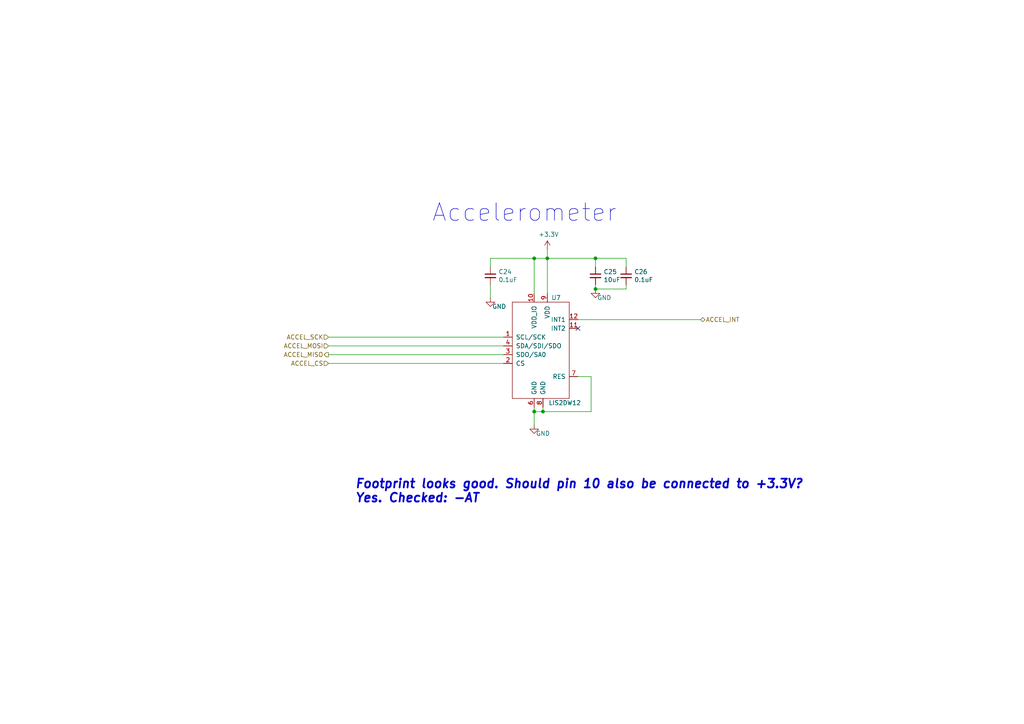
<source format=kicad_sch>
(kicad_sch (version 20230121) (generator eeschema)
  (paper "A4")
  (title_block (title "LCP Controller ") (date "2022-12-19") (rev "0.3") (company "NOAA Pacific Marine Environmental Laboratory") (comment 3 "Current design modified by: Basharat Basharat") (comment 4 "Current design by: Matt Casari") (comment 5 "Current design modified by: Basharat Martin"))
  (lib_symbols
    (symbol "Device:C_Small" (pin_numbers hide) (pin_names (offset 0.254) hide)
      (property "Reference" "C" (at 0.254 1.778 0))
      (property "Value" "C_Small" (at 0.254 -2.032 0))
      (symbol "C_Small_0_1"
        (polyline (pts (xy -1.524 -0.508) (xy 1.524 -0.508)) (stroke (width 0.3302)))
        (polyline (pts (xy -1.524 0.508) (xy 1.524 0.508)) (stroke (width 0.3048)))
      )
      (symbol "C_Small_1_1"
        (pin passive line (at 0 2.54 270) (length 2.032) (name "~") (number "1"))
        (pin passive line (at 0 -2.54 90) (length 2.032) (name "~") (number "2"))
      )
    )
    (symbol "PMEL_Sensors:LIS2DW12" (pin_names (offset 1.016))
      (property "Reference" "U" (at 5.08 17.78 0))
      (property "Value" "LIS2DW12" (at -10.16 17.78 0))
      (symbol "LIS2DW12_0_0"
        (rectangle (start -8.89 16.51) (end 7.62 -11.43))
        (pin input line (at -11.43 6.35 0) (length 2.54) (name "SCL/SCK") (number "1"))
        (pin power_in line (at -2.54 19.05 270) (length 2.54) (name "VDD_IO") (number "10"))
        (pin bidirectional line (at 10.16 8.89 180) (length 2.54) (name "INT2") (number "11"))
        (pin output line (at 10.16 11.43 180) (length 2.54) (name "INT1") (number "12"))
        (pin input line (at -11.43 -1.27 0) (length 2.54) (name "CS") (number "2"))
        (pin output line (at -11.43 1.27 0) (length 2.54) (name "SDO/SA0") (number "3"))
        (pin input line (at -11.43 3.81 0) (length 2.54) (name "SDA/SDI/SDO") (number "4"))
        (pin no_connect line (at 3.81 -13.97 90) (length 2.54) hide (name "NC") (number "5"))
        (pin power_in line (at -2.54 -13.97 90) (length 2.54) (name "GND") (number "6"))
        (pin input line (at 10.16 -5.08 180) (length 2.54) (name "RES") (number "7"))
        (pin power_in line (at 0 -13.97 90) (length 2.54) (name "GND") (number "8"))
        (pin power_in line (at 1.27 19.05 270) (length 2.54) (name "VDD") (number "9"))
      )
    )
    (symbol "power:+3.3V" (power) (pin_names (offset 0))
      (property "Value" "+3.3V" (at 0 3.556 0))
      (symbol "+3.3V_0_1"
        (polyline (pts (xy -0.762 1.27) (xy 0 2.54)))
        (polyline (pts (xy 0 0) (xy 0 2.54)))
        (polyline (pts (xy 0 2.54) (xy 0.762 1.27)))
      )
      (symbol "+3.3V_1_1"
        (pin power_in line (at 0 0 90) (length 0) hide (name "+3.3V") (number "1"))
      )
    )
    (symbol "power:GND" (power) (pin_names (offset 0))
      (property "Value" "GND" (at 0 -3.81 0))
      (symbol "GND_0_1"
        (polyline (pts (xy 0 0) (xy 0 -1.27) (xy 1.27 -1.27) (xy 0 -2.54) (xy -1.27 -1.27) (xy 0 -1.27)))
      )
      (symbol "GND_1_1"
        (pin power_in line (at 0 0 270) (length 0) hide (name "GND") (number "1"))
      )
    )
  )
  (junction (at 154.94 74.93))
  (junction (at 172.72 83.82))
  (junction (at 172.72 74.93))
  (junction (at 154.94 119.38))
  (junction (at 158.75 74.93))
  (junction (at 157.48 119.38))
  (no_connect (at 167.64 95.25))
  (wire (pts (xy 154.94 119.38) (xy 154.94 118.11)))
  (wire (pts (xy 158.75 74.93) (xy 172.72 74.93)))
  (wire (pts (xy 158.75 72.39) (xy 158.75 74.93)))
  (wire (pts (xy 142.24 74.93) (xy 154.94 74.93)))
  (wire (pts (xy 154.94 123.19) (xy 154.94 119.38)))
  (wire (pts (xy 142.24 82.55) (xy 142.24 86.36)))
  (wire (pts (xy 181.61 83.82) (xy 181.61 82.55)))
  (wire (pts (xy 167.64 92.71) (xy 203.2 92.71)))
  (wire (pts (xy 142.24 74.93) (xy 142.24 77.47)))
  (wire (pts (xy 172.72 74.93) (xy 181.61 74.93)))
  (wire (pts (xy 158.75 85.09) (xy 158.75 74.93)))
  (wire (pts (xy 171.45 109.22) (xy 167.64 109.22)))
  (wire (pts (xy 181.61 74.93) (xy 181.61 77.47)))
  (wire (pts (xy 154.94 85.09) (xy 154.94 74.93)))
  (wire (pts (xy 95.25 100.33) (xy 146.05 100.33)))
  (wire (pts (xy 171.45 119.38) (xy 171.45 109.22)))
  (wire (pts (xy 154.94 74.93) (xy 158.75 74.93)))
  (wire (pts (xy 157.48 118.11) (xy 157.48 119.38)))
  (wire (pts (xy 172.72 77.47) (xy 172.72 74.93)))
  (wire (pts (xy 95.25 105.41) (xy 146.05 105.41)))
  (wire (pts (xy 157.48 119.38) (xy 154.94 119.38)))
  (wire (pts (xy 157.48 119.38) (xy 171.45 119.38)))
  (wire (pts (xy 95.25 97.79) (xy 146.05 97.79)))
  (wire (pts (xy 181.61 83.82) (xy 172.72 83.82)))
  (wire (pts (xy 95.25 102.87) (xy 146.05 102.87)))
  (wire (pts (xy 172.72 83.82) (xy 172.72 82.55)))
  (text "Footprint looks good. Should pin 10 also be connected to +3.3V?\nYes. Checked: -AT\n" (at 102.87 146.05 0) (effects (font (size 2.54 2.54) (thickness 0.508) bold italic) (justify left bottom)))
  (text "Accelerometer" (at 179.07 64.77 0) (effects (font (size 5.08 5.08)) (justify right bottom)))
  (hierarchical_label "ACCEL_MOSI" (shape input) (at 95.25 100.33 180))
  (hierarchical_label "ACCEL_SCK" (shape input) (at 95.25 97.79 180))
  (hierarchical_label "ACCEL_MISO" (shape output) (at 95.25 102.87 180))
  (hierarchical_label "ACCEL_CS" (shape input) (at 95.25 105.41 180))
  (hierarchical_label "ACCEL_INT" (shape bidirectional) (at 203.2 92.71 0))
  (symbol (lib_id "power:GND") (at 154.94 123.19 0) (unit 1)
    (property "Reference" "#PWR057" (effects hide))
    (property "Value" "GND" (at 157.48 125.73 0))
  )
  (symbol (lib_id "Device:C_Small") (at 142.24 80.01 0) (unit 1)
    (property "Reference" "C24" (at 144.5768 78.8416 0) (effects (justify left)))
    (property "Value" "0.1uF" (at 144.5768 81.153 0) (effects (justify left)))
    (property "Footprint" "Capacitor_SMD:C_0805_2012Metric" (effects hide))
    (property "MPN" "885012207016" (effects hide))
  )
  (symbol (lib_id "power:GND") (at 142.24 86.36 0) (unit 1)
    (property "Reference" "#PWR056" (effects hide))
    (property "Value" "GND" (at 144.78 88.9 0))
  )
  (symbol (lib_id "power:+3.3V") (at 158.75 72.39 0) (unit 1)
    (property "Reference" "#PWR054" (effects hide))
    (property "Value" "+3.3V" (at 159.131 67.9958 0))
  )
  (symbol (lib_id "PMEL_Sensors:LIS2DW12") (at 157.48 104.14 0) (unit 1)
    (property "Reference" "U7" (at 161.29 86.36 0))
    (property "Value" "LIS2DW12" (at 163.83 116.84 0))
    (property "Footprint" "Package_LGA:LGA-12_2x2mm_P0.5mm" (effects hide))
    (property "Datasheet" "https://www.st.com/resource/en/datasheet/lis2dw12.pdf" (effects hide))
    (property "MPN" "LIS2DW12TR" (effects hide))
  )
  (symbol (lib_id "power:GND") (at 172.72 83.82 0) (unit 1)
    (property "Reference" "#PWR055" (effects hide))
    (property "Value" "GND" (at 175.26 86.36 0))
  )
  (symbol (lib_id "Device:C_Small") (at 172.72 80.01 0) (unit 1)
    (property "Reference" "C25" (at 175.0568 78.8416 0) (effects (justify left)))
    (property "Value" "10uF" (at 175.0568 81.153 0) (effects (justify left)))
    (property "Footprint" "Capacitor_SMD:C_0805_2012Metric" (effects hide))
    (property "MPN" "CL21B106KPQNNNE" (effects hide))
  )
  (symbol (lib_id "Device:C_Small") (at 181.61 80.01 0) (unit 1)
    (property "Reference" "C26" (at 183.9468 78.8416 0) (effects (justify left)))
    (property "Value" "0.1uF" (at 183.9468 81.153 0) (effects (justify left)))
    (property "Footprint" "Capacitor_SMD:C_0805_2012Metric" (effects hide))
    (property "MPN" "885012207016" (effects hide))
  )
)
</source>
